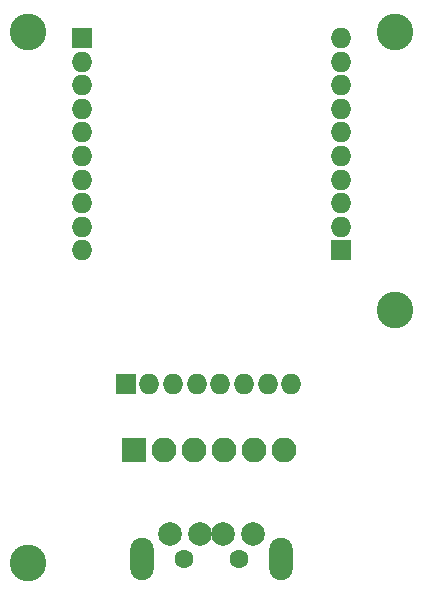
<source format=gbs>
G04 #@! TF.FileFunction,Soldermask,Bot*
%FSLAX46Y46*%
G04 Gerber Fmt 4.6, Leading zero omitted, Abs format (unit mm)*
G04 Created by KiCad (PCBNEW 4.0.7) date 01/02/18 09:07:11*
%MOMM*%
%LPD*%
G01*
G04 APERTURE LIST*
%ADD10C,0.100000*%
%ADD11R,1.750000X1.750000*%
%ADD12O,1.750000X1.750000*%
%ADD13R,2.100000X2.100000*%
%ADD14O,2.100000X2.100000*%
%ADD15C,2.000000*%
%ADD16C,1.600000*%
%ADD17O,2.000000X3.600000*%
%ADD18C,3.100000*%
G04 APERTURE END LIST*
D10*
D11*
X122000000Y-118000000D03*
D12*
X122000000Y-116000000D03*
X122000000Y-114000000D03*
X122000000Y-112000000D03*
X122000000Y-110000000D03*
X122000000Y-108000000D03*
X122000000Y-106000000D03*
X122000000Y-104000000D03*
X122000000Y-102000000D03*
X122000000Y-100000000D03*
D11*
X100000000Y-100000000D03*
D12*
X100000000Y-102000000D03*
X100000000Y-104000000D03*
X100000000Y-106000000D03*
X100000000Y-108000000D03*
X100000000Y-110000000D03*
X100000000Y-112000000D03*
X100000000Y-114000000D03*
X100000000Y-116000000D03*
X100000000Y-118000000D03*
D11*
X103750000Y-129340000D03*
D12*
X105750000Y-129340000D03*
X107750000Y-129340000D03*
X109750000Y-129340000D03*
X111750000Y-129340000D03*
X113750000Y-129340000D03*
X115750000Y-129340000D03*
X117750000Y-129340000D03*
D13*
X104400000Y-134900000D03*
D14*
X106940000Y-134900000D03*
X109480000Y-134900000D03*
X112020000Y-134900000D03*
X114560000Y-134900000D03*
X117100000Y-134900000D03*
D15*
X107500000Y-142000000D03*
X110000000Y-142000000D03*
X112000000Y-142000000D03*
X114500000Y-142000000D03*
D16*
X108700000Y-144100000D03*
X113300000Y-144100000D03*
D17*
X105150000Y-144100000D03*
X116850000Y-144100000D03*
D18*
X95500000Y-99500000D03*
X126500000Y-99500000D03*
X95500000Y-144500000D03*
X126500000Y-123000000D03*
M02*

</source>
